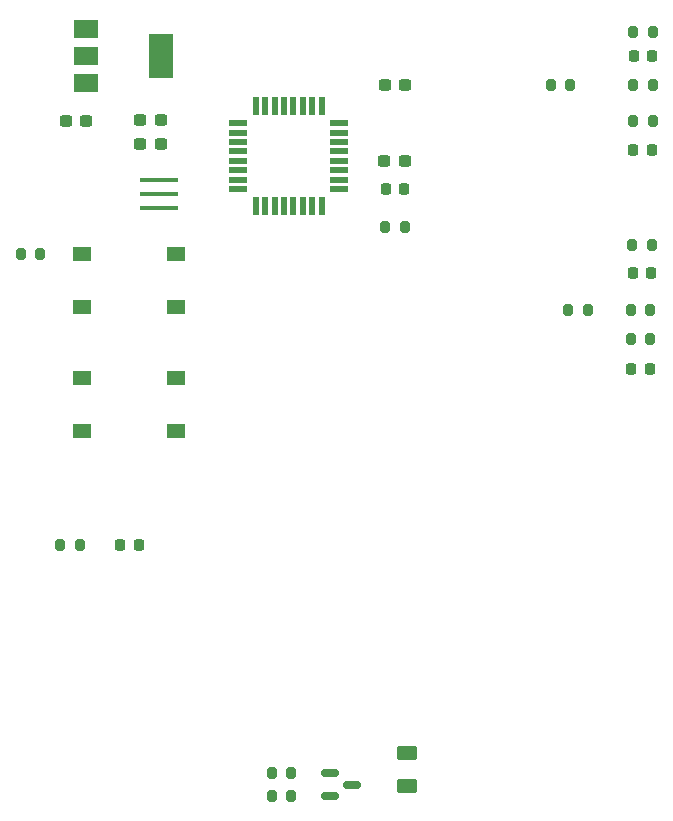
<source format=gbr>
%TF.GenerationSoftware,KiCad,Pcbnew,(6.0.9-0)*%
%TF.CreationDate,2023-01-29T21:20:06-03:00*%
%TF.ProjectId,WaterPumpControl,57617465-7250-4756-9d70-436f6e74726f,rev?*%
%TF.SameCoordinates,Original*%
%TF.FileFunction,Paste,Top*%
%TF.FilePolarity,Positive*%
%FSLAX46Y46*%
G04 Gerber Fmt 4.6, Leading zero omitted, Abs format (unit mm)*
G04 Created by KiCad (PCBNEW (6.0.9-0)) date 2023-01-29 21:20:06*
%MOMM*%
%LPD*%
G01*
G04 APERTURE LIST*
G04 Aperture macros list*
%AMRoundRect*
0 Rectangle with rounded corners*
0 $1 Rounding radius*
0 $2 $3 $4 $5 $6 $7 $8 $9 X,Y pos of 4 corners*
0 Add a 4 corners polygon primitive as box body*
4,1,4,$2,$3,$4,$5,$6,$7,$8,$9,$2,$3,0*
0 Add four circle primitives for the rounded corners*
1,1,$1+$1,$2,$3*
1,1,$1+$1,$4,$5*
1,1,$1+$1,$6,$7*
1,1,$1+$1,$8,$9*
0 Add four rect primitives between the rounded corners*
20,1,$1+$1,$2,$3,$4,$5,0*
20,1,$1+$1,$4,$5,$6,$7,0*
20,1,$1+$1,$6,$7,$8,$9,0*
20,1,$1+$1,$8,$9,$2,$3,0*%
G04 Aperture macros list end*
%ADD10RoundRect,0.200000X-0.200000X-0.275000X0.200000X-0.275000X0.200000X0.275000X-0.200000X0.275000X0*%
%ADD11R,1.550000X1.300000*%
%ADD12RoundRect,0.237500X0.300000X0.237500X-0.300000X0.237500X-0.300000X-0.237500X0.300000X-0.237500X0*%
%ADD13RoundRect,0.218750X0.218750X0.256250X-0.218750X0.256250X-0.218750X-0.256250X0.218750X-0.256250X0*%
%ADD14RoundRect,0.200000X0.200000X0.275000X-0.200000X0.275000X-0.200000X-0.275000X0.200000X-0.275000X0*%
%ADD15R,1.600000X0.550000*%
%ADD16R,0.550000X1.600000*%
%ADD17R,2.000000X1.500000*%
%ADD18R,2.000000X3.800000*%
%ADD19R,3.200000X0.400000*%
%ADD20RoundRect,0.150000X-0.587500X-0.150000X0.587500X-0.150000X0.587500X0.150000X-0.587500X0.150000X0*%
%ADD21RoundRect,0.250000X0.625000X-0.375000X0.625000X0.375000X-0.625000X0.375000X-0.625000X-0.375000X0*%
G04 APERTURE END LIST*
D10*
%TO.C,R12*%
X37815870Y-43250933D03*
X39465870Y-43250933D03*
%TD*%
D11*
%TO.C,SW2*%
X50975000Y-53750000D03*
X43025000Y-53750000D03*
X50975000Y-58250000D03*
X43025000Y-58250000D03*
%TD*%
D12*
%TO.C,C3*%
X49678061Y-33953890D03*
X47953061Y-33953890D03*
%TD*%
D13*
%TO.C,D5*%
X47787500Y-67900000D03*
X46212500Y-67900000D03*
%TD*%
D14*
%TO.C,R11*%
X70325000Y-41000000D03*
X68675000Y-41000000D03*
%TD*%
D13*
%TO.C,D2*%
X91252951Y-34502571D03*
X89677951Y-34502571D03*
%TD*%
D10*
%TO.C,R1*%
X59071323Y-87254820D03*
X60721323Y-87254820D03*
%TD*%
D13*
%TO.C,D3*%
X91187500Y-44900000D03*
X89612500Y-44900000D03*
%TD*%
D14*
%TO.C,R3*%
X91325000Y-32000000D03*
X89675000Y-32000000D03*
%TD*%
D15*
%TO.C,U2*%
X56250000Y-32200000D03*
X56250000Y-33000000D03*
X56250000Y-33800000D03*
X56250000Y-34600000D03*
X56250000Y-35400000D03*
X56250000Y-36200000D03*
X56250000Y-37000000D03*
X56250000Y-37800000D03*
D16*
X57700000Y-39250000D03*
X58500000Y-39250000D03*
X59300000Y-39250000D03*
X60100000Y-39250000D03*
X60900000Y-39250000D03*
X61700000Y-39250000D03*
X62500000Y-39250000D03*
X63300000Y-39250000D03*
D15*
X64750000Y-37800000D03*
X64750000Y-37000000D03*
X64750000Y-36200000D03*
X64750000Y-35400000D03*
X64750000Y-34600000D03*
X64750000Y-33800000D03*
X64750000Y-33000000D03*
X64750000Y-32200000D03*
D16*
X63300000Y-30750000D03*
X62500000Y-30750000D03*
X61700000Y-30750000D03*
X60900000Y-30750000D03*
X60100000Y-30750000D03*
X59300000Y-30750000D03*
X58500000Y-30750000D03*
X57700000Y-30750000D03*
%TD*%
D12*
%TO.C,C1*%
X43362500Y-32000000D03*
X41637500Y-32000000D03*
%TD*%
D17*
%TO.C,U1*%
X43350000Y-24200000D03*
X43350000Y-26500000D03*
D18*
X49650000Y-26500000D03*
D17*
X43350000Y-28800000D03*
%TD*%
D14*
%TO.C,R13*%
X60723715Y-89158455D03*
X59073715Y-89158455D03*
%TD*%
D12*
%TO.C,C5*%
X70362500Y-29000000D03*
X68637500Y-29000000D03*
%TD*%
D14*
%TO.C,R7*%
X91315558Y-29000000D03*
X89665558Y-29000000D03*
%TD*%
D13*
%TO.C,D4*%
X91087500Y-53000000D03*
X89512500Y-53000000D03*
%TD*%
D14*
%TO.C,R5*%
X91125000Y-50500000D03*
X89475000Y-50500000D03*
%TD*%
%TO.C,R9*%
X91125000Y-48000000D03*
X89475000Y-48000000D03*
%TD*%
D11*
%TO.C,SW1*%
X43025000Y-43250000D03*
X50975000Y-43250000D03*
X43025000Y-47750000D03*
X50975000Y-47750000D03*
%TD*%
D14*
%TO.C,R4*%
X91225000Y-42500000D03*
X89575000Y-42500000D03*
%TD*%
D12*
%TO.C,C2*%
X49648602Y-31953890D03*
X47923602Y-31953890D03*
%TD*%
D13*
%TO.C,D7*%
X70287500Y-37800000D03*
X68712500Y-37800000D03*
%TD*%
%TO.C,D1*%
X91287500Y-26500000D03*
X89712500Y-26500000D03*
%TD*%
D14*
%TO.C,R2*%
X91325000Y-24500000D03*
X89675000Y-24500000D03*
%TD*%
D10*
%TO.C,R6*%
X41175000Y-67880000D03*
X42825000Y-67880000D03*
%TD*%
D19*
%TO.C,Y1*%
X49500000Y-39400000D03*
X49500000Y-38200000D03*
X49500000Y-37000000D03*
%TD*%
D20*
%TO.C,Q1*%
X63962500Y-87250000D03*
X63962500Y-89150000D03*
X65837500Y-88200000D03*
%TD*%
D14*
%TO.C,R10*%
X85825000Y-48000000D03*
X84175000Y-48000000D03*
%TD*%
D21*
%TO.C,D6*%
X70550000Y-88320000D03*
X70550000Y-85520000D03*
%TD*%
D12*
%TO.C,C4*%
X70334782Y-35371535D03*
X68609782Y-35371535D03*
%TD*%
D14*
%TO.C,R8*%
X84325000Y-29000000D03*
X82675000Y-29000000D03*
%TD*%
M02*

</source>
